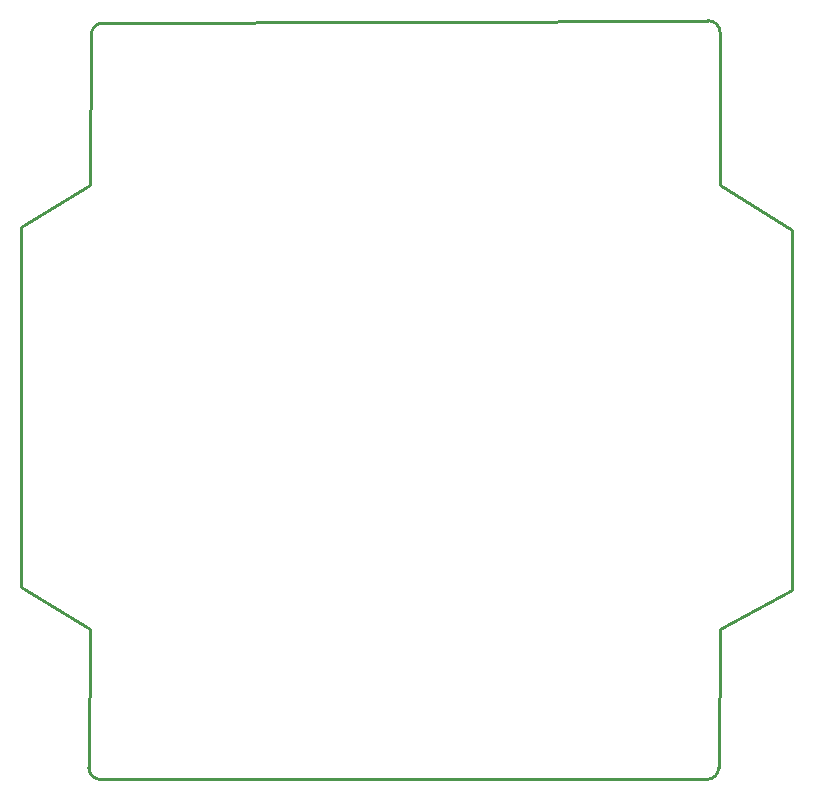
<source format=gbr>
%TF.GenerationSoftware,KiCad,Pcbnew,7.0.6*%
%TF.CreationDate,2024-05-04T22:08:13-04:00*%
%TF.ProjectId,rearbox,72656172-626f-4782-9e6b-696361645f70,rev?*%
%TF.SameCoordinates,Original*%
%TF.FileFunction,Profile,NP*%
%FSLAX46Y46*%
G04 Gerber Fmt 4.6, Leading zero omitted, Abs format (unit mm)*
G04 Created by KiCad (PCBNEW 7.0.6) date 2024-05-04 22:08:13*
%MOMM*%
%LPD*%
G01*
G04 APERTURE LIST*
%TA.AperFunction,Profile*%
%ADD10C,0.250000*%
%TD*%
G04 APERTURE END LIST*
D10*
X232455998Y-41801003D02*
X232435400Y-46127677D01*
X173253400Y-88785700D02*
X173253400Y-58305700D01*
X231341721Y-105041720D02*
G75*
G03*
X232341688Y-104049652I-21J1000020D01*
G01*
X179001832Y-104033748D02*
G75*
G03*
X180001784Y-105041700I999968J-7952D01*
G01*
X232435400Y-54678972D02*
X238582200Y-58508900D01*
X179095400Y-92265500D02*
X173253400Y-88785700D01*
X180209380Y-40991833D02*
X231452193Y-40796250D01*
X238582200Y-58508900D02*
X238582200Y-88988900D01*
X238582200Y-88988900D02*
X232435400Y-92265500D01*
X232435400Y-46127677D02*
X232435400Y-54678972D01*
X231341721Y-105041700D02*
X180001784Y-105041700D01*
X179001816Y-104033748D02*
X179095400Y-92265500D01*
X179095400Y-54678972D02*
X179213240Y-41982545D01*
X232435400Y-92265500D02*
X232341689Y-104049652D01*
X173253400Y-58305700D02*
X179095400Y-54678972D01*
X232455945Y-41801003D02*
G75*
G03*
X231452193Y-40796250I-999945J4803D01*
G01*
X180209380Y-40991805D02*
G75*
G03*
X179213241Y-41982545I3820J-999995D01*
G01*
M02*

</source>
